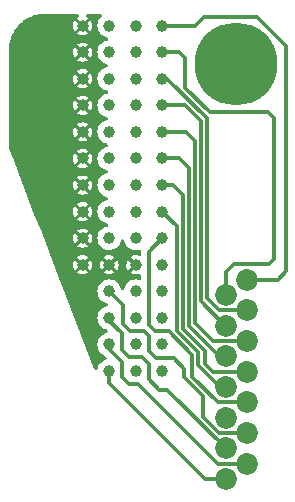
<source format=gbr>
%TF.GenerationSoftware,KiCad,Pcbnew,(6.0.7)*%
%TF.CreationDate,2023-05-28T21:31:41-04:00*%
%TF.ProjectId,kuc,6b75632e-6b69-4636-9164-5f7063625858,A*%
%TF.SameCoordinates,Original*%
%TF.FileFunction,Copper,L1,Top*%
%TF.FilePolarity,Positive*%
%FSLAX46Y46*%
G04 Gerber Fmt 4.6, Leading zero omitted, Abs format (unit mm)*
G04 Created by KiCad (PCBNEW (6.0.7)) date 2023-05-28 21:31:41*
%MOMM*%
%LPD*%
G01*
G04 APERTURE LIST*
%TA.AperFunction,ComponentPad*%
%ADD10C,1.000000*%
%TD*%
%TA.AperFunction,WasherPad*%
%ADD11C,7.000000*%
%TD*%
%TA.AperFunction,ComponentPad*%
%ADD12C,1.850000*%
%TD*%
%TA.AperFunction,Conductor*%
%ADD13C,0.300000*%
%TD*%
G04 APERTURE END LIST*
D10*
%TO.P,TP12,1,1*%
%TO.N,Net-(J2-Pad9)*%
X158750000Y-102250000D03*
%TD*%
%TO.P,TP20,1,1*%
%TO.N,Net-(J2-Pad11)*%
X154250000Y-106750000D03*
%TD*%
%TO.P,TP49,1,1*%
%TO.N,GND*%
X152000000Y-104500000D03*
%TD*%
%TO.P,TP27,1,1*%
%TO.N,Net-(J2-Pad12)*%
X158750000Y-109000000D03*
%TD*%
%TO.P,TP45,1,1*%
%TO.N,GND*%
X152000000Y-86500000D03*
%TD*%
%TO.P,TP5,1,1*%
%TO.N,Net-(J2-Pad9)*%
X156500000Y-102250000D03*
%TD*%
%TO.P,TP54,1,1*%
%TO.N,GND*%
X152000000Y-91000000D03*
%TD*%
%TO.P,TP50,1,1*%
%TO.N,GND*%
X152000000Y-84250000D03*
%TD*%
%TO.P,TP14,1,1*%
%TO.N,Net-(J2-Pad13)*%
X156500000Y-111250000D03*
%TD*%
%TO.P,TP28,1,1*%
%TO.N,Net-(J2-Pad14)*%
X158750000Y-113500000D03*
%TD*%
%TO.P,TP9,1,1*%
%TO.N,Net-(J2-Pad3)*%
X156500000Y-88750000D03*
%TD*%
%TO.P,TP10,1,1*%
%TO.N,Net-(J2-Pad5)*%
X156500000Y-93250000D03*
%TD*%
%TO.P,TP35,1,1*%
%TO.N,Net-(J2-Pad14)*%
X156500000Y-113500000D03*
%TD*%
%TO.P,TP22,1,1*%
%TO.N,Net-(J2-Pad2)*%
X158750000Y-86500000D03*
%TD*%
%TO.P,TP7,1,1*%
%TO.N,Net-(J2-Pad13)*%
X158750000Y-111250000D03*
%TD*%
%TO.P,TP41,1,1*%
%TO.N,Net-(J2-Pad12)*%
X154250000Y-109000000D03*
%TD*%
%TO.P,TP15,1,1*%
%TO.N,Net-(J2-Pad1)*%
X154250000Y-84250000D03*
%TD*%
%TO.P,TP48,1,1*%
%TO.N,GND*%
X152000000Y-97750000D03*
%TD*%
%TO.P,TP38,1,1*%
%TO.N,Net-(J2-Pad6)*%
X158750000Y-95500000D03*
%TD*%
%TO.P,TP4,1,1*%
%TO.N,Net-(J2-Pad7)*%
X158750000Y-97750000D03*
%TD*%
%TO.P,TP47,1,1*%
%TO.N,GND*%
X152000000Y-102250000D03*
%TD*%
%TO.P,TP51,1,1*%
%TO.N,GND*%
X152000000Y-93250000D03*
%TD*%
D11*
%TO.P,J2,*%
%TO.N,*%
X165000000Y-87500000D03*
D12*
%TO.P,J2,1,SSW*%
%TO.N,Net-(J2-Pad1)*%
X165900000Y-105750000D03*
%TO.P,J2,2,SP+*%
%TO.N,Net-(J2-Pad2)*%
X164100000Y-107050000D03*
%TO.P,J2,3,SP-*%
%TO.N,Net-(J2-Pad3)*%
X165900000Y-108350000D03*
%TO.P,J2,4,MSW*%
%TO.N,Net-(J2-Pad4)*%
X164100000Y-109650000D03*
%TO.P,J2,5,EMC*%
%TO.N,Net-(J2-Pad5)*%
X165900000Y-110950000D03*
%TO.P,J2,6,ME*%
%TO.N,Net-(J2-Pad6)*%
X164100000Y-112250000D03*
%TO.P,J2,7,PTT*%
%TO.N,Net-(J2-Pad7)*%
X165900000Y-113550000D03*
%TO.P,J2,8,PF*%
%TO.N,Net-(J2-Pad8)*%
X164100000Y-114850000D03*
%TO.P,J2,9,OPT*%
%TO.N,Net-(J2-Pad9)*%
X165900000Y-116150000D03*
%TO.P,J2,10,E*%
%TO.N,GND*%
X164100000Y-117450000D03*
%TO.P,J2,11,5V*%
%TO.N,Net-(J2-Pad11)*%
X165900000Y-118750000D03*
%TO.P,J2,12,TXD*%
%TO.N,Net-(J2-Pad12)*%
X164100000Y-120050000D03*
%TO.P,J2,13,RXD*%
%TO.N,Net-(J2-Pad13)*%
X165900000Y-121350000D03*
%TO.P,J2,14,SMIC*%
%TO.N,Net-(J2-Pad14)*%
X164100000Y-122650000D03*
%TD*%
D10*
%TO.P,TP16,1,1*%
%TO.N,Net-(J2-Pad3)*%
X154250000Y-88750000D03*
%TD*%
%TO.P,TP21,1,1*%
%TO.N,Net-(J2-Pad13)*%
X154250000Y-111250000D03*
%TD*%
%TO.P,TPe,1,1*%
%TO.N,GND*%
X152000000Y-88750000D03*
%TD*%
%TO.P,TP6,1,1*%
%TO.N,Net-(J2-Pad11)*%
X158750000Y-106750000D03*
%TD*%
%TO.P,TP37,1,1*%
%TO.N,Net-(J2-Pad4)*%
X154250000Y-91000000D03*
%TD*%
%TO.P,TP32,1,1*%
%TO.N,Net-(J2-Pad8)*%
X156500000Y-100000000D03*
%TD*%
%TO.P,TP29,1,1*%
%TO.N,Net-(J2-Pad2)*%
X156500000Y-86500000D03*
%TD*%
%TO.P,TP19,1,1*%
%TO.N,Net-(J2-Pad9)*%
X154250000Y-102250000D03*
%TD*%
%TO.P,TP1,1,1*%
%TO.N,Net-(J2-Pad1)*%
X158750000Y-84250000D03*
%TD*%
%TO.P,TP40,1,1*%
%TO.N,GND*%
X158750000Y-104500000D03*
%TD*%
%TO.P,TP42,1,1*%
%TO.N,Net-(J2-Pad14)*%
X154250000Y-113500000D03*
%TD*%
%TO.P,TP3,1,1*%
%TO.N,Net-(J2-Pad5)*%
X158750000Y-93250000D03*
%TD*%
%TO.P,TP24,1,1*%
%TO.N,Net-(J2-Pad6)*%
X154250000Y-95500000D03*
%TD*%
%TO.P,TP25,1,1*%
%TO.N,Net-(J2-Pad8)*%
X154250000Y-100000000D03*
%TD*%
%TO.P,TP18,1,1*%
%TO.N,Net-(J2-Pad7)*%
X154250000Y-97750000D03*
%TD*%
%TO.P,TP13,1,1*%
%TO.N,Net-(J2-Pad11)*%
X156500000Y-106750000D03*
%TD*%
%TO.P,TP2,1,1*%
%TO.N,Net-(J2-Pad3)*%
X158750000Y-88750000D03*
%TD*%
%TO.P,TP39,1,1*%
%TO.N,Net-(J2-Pad8)*%
X158750000Y-100000000D03*
%TD*%
%TO.P,TP23,1,1*%
%TO.N,Net-(J2-Pad4)*%
X158750000Y-91000000D03*
%TD*%
%TO.P,TP44,1,1*%
%TO.N,GND*%
X152000000Y-95500000D03*
%TD*%
%TO.P,TP17,1,1*%
%TO.N,Net-(J2-Pad5)*%
X154250000Y-93250000D03*
%TD*%
%TO.P,TP11,1,1*%
%TO.N,Net-(J2-Pad7)*%
X156500000Y-97750000D03*
%TD*%
%TO.P,TP33,1,1*%
%TO.N,GND*%
X154250000Y-104500000D03*
%TD*%
%TO.P,TP36,1,1*%
%TO.N,Net-(J2-Pad2)*%
X154250000Y-86500000D03*
%TD*%
%TO.P,TP30,1,1*%
%TO.N,Net-(J2-Pad4)*%
X156500000Y-91000000D03*
%TD*%
%TO.P,TP56,1,1*%
%TO.N,GND*%
X152000000Y-100000000D03*
%TD*%
%TO.P,TP8,1,1*%
%TO.N,Net-(J2-Pad1)*%
X156500000Y-84250000D03*
%TD*%
%TO.P,TP34,1,1*%
%TO.N,Net-(J2-Pad12)*%
X156500000Y-109000000D03*
%TD*%
%TO.P,TP26,1,1*%
%TO.N,GND*%
X156500000Y-104500000D03*
%TD*%
%TO.P,TP31,1,1*%
%TO.N,Net-(J2-Pad6)*%
X156500000Y-95500000D03*
%TD*%
D13*
%TO.N,Net-(J2-Pad14)*%
X154250000Y-114550000D02*
X154250000Y-113500000D01*
X164100000Y-122650000D02*
X162350000Y-122650000D01*
X162350000Y-122650000D02*
X154250000Y-114550000D01*
%TO.N,Net-(J2-Pad13)*%
X154250000Y-111650000D02*
X154250000Y-111250000D01*
X155300000Y-112700000D02*
X154250000Y-111650000D01*
X155300000Y-114000000D02*
X155300000Y-112700000D01*
X155900000Y-114600000D02*
X155300000Y-114000000D01*
X156700000Y-114600000D02*
X155900000Y-114600000D01*
X163450000Y-121350000D02*
X156700000Y-114600000D01*
X165900000Y-121350000D02*
X163450000Y-121350000D01*
%TO.N,Net-(J2-Pad12)*%
X154250000Y-109250000D02*
X154250000Y-109000000D01*
X155300000Y-110300000D02*
X154250000Y-109250000D01*
X155300000Y-111700000D02*
X155300000Y-110300000D01*
X155900000Y-112300000D02*
X155300000Y-111700000D01*
X157000000Y-112300000D02*
X155900000Y-112300000D01*
X157600000Y-112900000D02*
X157000000Y-112300000D01*
X157600000Y-114200000D02*
X157600000Y-112900000D01*
X158500000Y-115100000D02*
X157600000Y-114200000D01*
X159150000Y-115100000D02*
X158500000Y-115100000D01*
X164100000Y-120050000D02*
X159150000Y-115100000D01*
%TO.N,Net-(J2-Pad11)*%
X163550000Y-118750000D02*
X165900000Y-118750000D01*
X162200000Y-117400000D02*
X163550000Y-118750000D01*
X162200000Y-115607106D02*
X162200000Y-117400000D01*
X160600000Y-114007106D02*
X162200000Y-115607106D01*
X160600000Y-113300000D02*
X160600000Y-114007106D01*
X159700000Y-112400000D02*
X160600000Y-113300000D01*
X157200000Y-110100000D02*
X157600000Y-110500000D01*
X157600000Y-110500000D02*
X157600000Y-111800000D01*
X157600000Y-111800000D02*
X158200000Y-112400000D01*
X155400000Y-107900000D02*
X155400000Y-109500000D01*
X156000000Y-110100000D02*
X157200000Y-110100000D01*
X158200000Y-112400000D02*
X159700000Y-112400000D01*
X154250000Y-106750000D02*
X155400000Y-107900000D01*
X155400000Y-109500000D02*
X156000000Y-110100000D01*
%TO.N,Net-(J2-Pad9)*%
X157600000Y-109600000D02*
X157600000Y-103400000D01*
X158100000Y-110100000D02*
X157600000Y-109600000D01*
X159278682Y-110100000D02*
X158100000Y-110100000D01*
X157600000Y-103400000D02*
X158750000Y-102250000D01*
X161292894Y-112114212D02*
X159278682Y-110100000D01*
X161292894Y-113992894D02*
X161292894Y-112114212D01*
X163450000Y-116150000D02*
X161292894Y-113992894D01*
X165900000Y-116150000D02*
X163450000Y-116150000D01*
%TO.N,Net-(J2-Pad8)*%
X160000000Y-110114212D02*
X160000000Y-109800000D01*
X161792894Y-111907106D02*
X160000000Y-110114212D01*
X161792894Y-113000001D02*
X161792894Y-111907106D01*
X163642893Y-114850000D02*
X161792894Y-113000001D01*
X164100000Y-114850000D02*
X163642893Y-114850000D01*
X160000000Y-109800000D02*
X160000000Y-101250000D01*
%TO.N,Net-(J2-Pad7)*%
X160500000Y-98600000D02*
X159650000Y-97750000D01*
X159650000Y-97750000D02*
X158750000Y-97750000D01*
X162396447Y-112896447D02*
X162396447Y-111803553D01*
X163050000Y-113550000D02*
X162396447Y-112896447D01*
X160500000Y-109907106D02*
X160500000Y-98600000D01*
X165900000Y-113550000D02*
X163050000Y-113550000D01*
X162396447Y-111803553D02*
X160500000Y-109907106D01*
%TO.N,Net-(J2-Pad8)*%
X160000000Y-101250000D02*
X158750000Y-100000000D01*
X164100000Y-114850000D02*
X163550000Y-114850000D01*
%TO.N,Net-(J2-Pad6)*%
X160200000Y-95500000D02*
X158750000Y-95500000D01*
X161000000Y-96300000D02*
X160200000Y-95500000D01*
X163550000Y-112250000D02*
X161000000Y-109700000D01*
X161000000Y-109700000D02*
X161000000Y-96300000D01*
X164100000Y-112250000D02*
X163550000Y-112250000D01*
%TO.N,Net-(J2-Pad5)*%
X161500000Y-109400000D02*
X161500000Y-94000000D01*
X163050000Y-110950000D02*
X161500000Y-109400000D01*
X160750000Y-93250000D02*
X158750000Y-93250000D01*
X165900000Y-110950000D02*
X163050000Y-110950000D01*
X161500000Y-94000000D02*
X160750000Y-93250000D01*
%TO.N,Net-(J2-Pad4)*%
X162000000Y-92307106D02*
X160692894Y-91000000D01*
X162000000Y-107600000D02*
X162000000Y-92307106D01*
X164100000Y-109650000D02*
X164050000Y-109650000D01*
X164050000Y-109650000D02*
X162000000Y-107600000D01*
X160692894Y-91000000D02*
X158750000Y-91000000D01*
%TO.N,Net-(J2-Pad3)*%
X159150000Y-88750000D02*
X158750000Y-88750000D01*
X162500000Y-107345048D02*
X162500000Y-92100000D01*
X163504952Y-108350000D02*
X162500000Y-107345048D01*
X162500000Y-92100000D02*
X159150000Y-88750000D01*
X165900000Y-108350000D02*
X163504952Y-108350000D01*
%TO.N,Net-(J2-Pad2)*%
X160200000Y-86500000D02*
X158750000Y-86500000D01*
X160700000Y-87000000D02*
X160200000Y-86500000D01*
X160700000Y-89500000D02*
X160700000Y-87000000D01*
X162800000Y-91600000D02*
X160700000Y-89500000D01*
X167700000Y-91600000D02*
X162800000Y-91600000D01*
X168200000Y-92100000D02*
X167700000Y-91600000D01*
X168200000Y-104000000D02*
X168200000Y-92100000D01*
X167800000Y-104400000D02*
X168200000Y-104000000D01*
X164800000Y-104400000D02*
X167800000Y-104400000D01*
X164100000Y-105100000D02*
X164800000Y-104400000D01*
X164100000Y-107050000D02*
X164100000Y-105100000D01*
%TO.N,Net-(J2-Pad1)*%
X161500000Y-84250000D02*
X158750000Y-84250000D01*
X162250000Y-83500000D02*
X161500000Y-84250000D01*
X166750000Y-83500000D02*
X162250000Y-83500000D01*
X169250000Y-86000000D02*
X166750000Y-83500000D01*
X169250000Y-105000000D02*
X169250000Y-86000000D01*
X168500000Y-105750000D02*
X169250000Y-105000000D01*
X165900000Y-105750000D02*
X168500000Y-105750000D01*
%TD*%
%TA.AperFunction,Conductor*%
%TO.N,GND*%
G36*
X151645765Y-83270462D02*
G01*
X151700303Y-83325000D01*
X151720265Y-83399500D01*
X151700303Y-83474000D01*
X151649339Y-83526407D01*
X151566493Y-83577374D01*
X151555488Y-83589012D01*
X151557333Y-83595201D01*
X151986129Y-84023997D01*
X152000000Y-84032005D01*
X152013871Y-84023997D01*
X152436032Y-83601836D01*
X152444040Y-83587965D01*
X152440650Y-83582093D01*
X152352916Y-83526415D01*
X152354405Y-83524069D01*
X152306954Y-83482823D01*
X152281841Y-83409898D01*
X152296556Y-83334186D01*
X152347155Y-83275976D01*
X152420080Y-83250863D01*
X152430478Y-83250500D01*
X153473247Y-83250500D01*
X153547747Y-83270462D01*
X153602285Y-83325000D01*
X153622247Y-83399500D01*
X153602285Y-83474000D01*
X153566610Y-83515622D01*
X153552284Y-83527140D01*
X153552279Y-83527145D01*
X153546600Y-83531711D01*
X153420480Y-83682016D01*
X153325956Y-83853954D01*
X153266628Y-84040978D01*
X153265815Y-84048222D01*
X153265815Y-84048224D01*
X153255221Y-84142670D01*
X153244757Y-84235963D01*
X153261175Y-84431483D01*
X153263185Y-84438492D01*
X153263185Y-84438493D01*
X153268779Y-84458000D01*
X153315258Y-84620091D01*
X153404944Y-84794601D01*
X153432613Y-84829511D01*
X153508635Y-84925427D01*
X153526818Y-84948369D01*
X153676238Y-85075535D01*
X153682601Y-85079091D01*
X153841149Y-85167701D01*
X153841155Y-85167704D01*
X153847513Y-85171257D01*
X154031802Y-85231137D01*
X154031805Y-85231138D01*
X154034118Y-85231889D01*
X154033994Y-85232272D01*
X154098654Y-85265793D01*
X154140205Y-85330771D01*
X154143701Y-85407820D01*
X154108203Y-85476294D01*
X154040247Y-85518756D01*
X153873393Y-85567864D01*
X153699512Y-85658767D01*
X153693838Y-85663329D01*
X153553798Y-85775924D01*
X153546600Y-85781711D01*
X153420480Y-85932016D01*
X153325956Y-86103954D01*
X153266628Y-86290978D01*
X153265815Y-86298222D01*
X153265815Y-86298224D01*
X153255221Y-86392670D01*
X153244757Y-86485963D01*
X153261175Y-86681483D01*
X153263185Y-86688492D01*
X153263185Y-86688493D01*
X153268779Y-86708000D01*
X153315258Y-86870091D01*
X153404944Y-87044601D01*
X153526818Y-87198369D01*
X153676238Y-87325535D01*
X153709904Y-87344350D01*
X153841149Y-87417701D01*
X153841155Y-87417704D01*
X153847513Y-87421257D01*
X154031802Y-87481137D01*
X154031805Y-87481138D01*
X154034118Y-87481889D01*
X154033994Y-87482272D01*
X154098654Y-87515793D01*
X154140205Y-87580771D01*
X154143701Y-87657820D01*
X154108203Y-87726294D01*
X154040247Y-87768756D01*
X153873393Y-87817864D01*
X153699512Y-87908767D01*
X153693838Y-87913329D01*
X153553798Y-88025924D01*
X153546600Y-88031711D01*
X153420480Y-88182016D01*
X153325956Y-88353954D01*
X153266628Y-88540978D01*
X153265815Y-88548222D01*
X153265815Y-88548224D01*
X153255221Y-88642670D01*
X153244757Y-88735963D01*
X153261175Y-88931483D01*
X153263185Y-88938492D01*
X153263185Y-88938493D01*
X153268779Y-88958000D01*
X153315258Y-89120091D01*
X153404944Y-89294601D01*
X153526818Y-89448369D01*
X153676238Y-89575535D01*
X153682601Y-89579091D01*
X153841149Y-89667701D01*
X153841155Y-89667704D01*
X153847513Y-89671257D01*
X154031802Y-89731137D01*
X154031805Y-89731138D01*
X154034118Y-89731889D01*
X154033994Y-89732272D01*
X154098654Y-89765793D01*
X154140205Y-89830771D01*
X154143701Y-89907820D01*
X154108203Y-89976294D01*
X154040247Y-90018756D01*
X153873393Y-90067864D01*
X153699512Y-90158767D01*
X153693838Y-90163329D01*
X153553798Y-90275924D01*
X153546600Y-90281711D01*
X153420480Y-90432016D01*
X153325956Y-90603954D01*
X153266628Y-90790978D01*
X153265815Y-90798222D01*
X153265815Y-90798224D01*
X153246089Y-90974087D01*
X153244757Y-90985963D01*
X153261175Y-91181483D01*
X153263185Y-91188492D01*
X153263185Y-91188493D01*
X153265539Y-91196701D01*
X153315258Y-91370091D01*
X153404944Y-91544601D01*
X153526818Y-91698369D01*
X153676238Y-91825535D01*
X153682601Y-91829091D01*
X153841149Y-91917701D01*
X153841155Y-91917704D01*
X153847513Y-91921257D01*
X154031802Y-91981137D01*
X154031805Y-91981138D01*
X154034118Y-91981889D01*
X154033994Y-91982272D01*
X154098654Y-92015793D01*
X154140205Y-92080771D01*
X154143701Y-92157820D01*
X154108203Y-92226294D01*
X154040247Y-92268756D01*
X153873393Y-92317864D01*
X153699512Y-92408767D01*
X153693838Y-92413329D01*
X153553798Y-92525924D01*
X153546600Y-92531711D01*
X153420480Y-92682016D01*
X153325956Y-92853954D01*
X153266628Y-93040978D01*
X153265815Y-93048222D01*
X153265815Y-93048224D01*
X153255221Y-93142670D01*
X153244757Y-93235963D01*
X153261175Y-93431483D01*
X153263185Y-93438492D01*
X153263185Y-93438493D01*
X153268779Y-93458000D01*
X153315258Y-93620091D01*
X153404944Y-93794601D01*
X153526818Y-93948369D01*
X153676238Y-94075535D01*
X153682601Y-94079091D01*
X153841149Y-94167701D01*
X153841155Y-94167704D01*
X153847513Y-94171257D01*
X154031802Y-94231137D01*
X154031805Y-94231138D01*
X154034118Y-94231889D01*
X154033994Y-94232272D01*
X154098654Y-94265793D01*
X154140205Y-94330771D01*
X154143701Y-94407820D01*
X154108203Y-94476294D01*
X154040247Y-94518756D01*
X153873393Y-94567864D01*
X153699512Y-94658767D01*
X153693838Y-94663329D01*
X153553798Y-94775924D01*
X153546600Y-94781711D01*
X153420480Y-94932016D01*
X153325956Y-95103954D01*
X153266628Y-95290978D01*
X153265815Y-95298222D01*
X153265815Y-95298224D01*
X153255221Y-95392670D01*
X153244757Y-95485963D01*
X153261175Y-95681483D01*
X153263185Y-95688492D01*
X153263185Y-95688493D01*
X153268779Y-95708000D01*
X153315258Y-95870091D01*
X153404944Y-96044601D01*
X153526818Y-96198369D01*
X153676238Y-96325535D01*
X153682601Y-96329091D01*
X153841149Y-96417701D01*
X153841155Y-96417704D01*
X153847513Y-96421257D01*
X154031802Y-96481137D01*
X154031805Y-96481138D01*
X154034118Y-96481889D01*
X154033994Y-96482272D01*
X154098654Y-96515793D01*
X154140205Y-96580771D01*
X154143701Y-96657820D01*
X154108203Y-96726294D01*
X154040247Y-96768756D01*
X153873393Y-96817864D01*
X153699512Y-96908767D01*
X153693838Y-96913329D01*
X153553798Y-97025924D01*
X153546600Y-97031711D01*
X153420480Y-97182016D01*
X153325956Y-97353954D01*
X153266628Y-97540978D01*
X153265815Y-97548222D01*
X153265815Y-97548224D01*
X153255221Y-97642670D01*
X153244757Y-97735963D01*
X153261175Y-97931483D01*
X153263185Y-97938492D01*
X153263185Y-97938493D01*
X153268779Y-97958000D01*
X153315258Y-98120091D01*
X153404944Y-98294601D01*
X153526818Y-98448369D01*
X153676238Y-98575535D01*
X153682601Y-98579091D01*
X153841149Y-98667701D01*
X153841155Y-98667704D01*
X153847513Y-98671257D01*
X154031802Y-98731137D01*
X154031805Y-98731138D01*
X154034118Y-98731889D01*
X154033994Y-98732272D01*
X154098654Y-98765793D01*
X154140205Y-98830771D01*
X154143701Y-98907820D01*
X154108203Y-98976294D01*
X154040247Y-99018756D01*
X153873393Y-99067864D01*
X153699512Y-99158767D01*
X153693838Y-99163329D01*
X153553798Y-99275924D01*
X153546600Y-99281711D01*
X153420480Y-99432016D01*
X153325956Y-99603954D01*
X153266628Y-99790978D01*
X153265815Y-99798222D01*
X153265815Y-99798224D01*
X153255221Y-99892670D01*
X153244757Y-99985963D01*
X153261175Y-100181483D01*
X153263185Y-100188492D01*
X153263185Y-100188493D01*
X153268779Y-100208000D01*
X153315258Y-100370091D01*
X153404944Y-100544601D01*
X153526818Y-100698369D01*
X153676238Y-100825535D01*
X153682601Y-100829091D01*
X153841149Y-100917701D01*
X153841155Y-100917704D01*
X153847513Y-100921257D01*
X154031802Y-100981137D01*
X154031805Y-100981138D01*
X154034118Y-100981889D01*
X154033994Y-100982272D01*
X154098654Y-101015793D01*
X154140205Y-101080771D01*
X154143701Y-101157820D01*
X154108203Y-101226294D01*
X154040247Y-101268756D01*
X153873393Y-101317864D01*
X153699512Y-101408767D01*
X153693838Y-101413329D01*
X153553798Y-101525924D01*
X153546600Y-101531711D01*
X153420480Y-101682016D01*
X153325956Y-101853954D01*
X153266628Y-102040978D01*
X153265815Y-102048222D01*
X153265815Y-102048224D01*
X153255221Y-102142670D01*
X153244757Y-102235963D01*
X153261175Y-102431483D01*
X153263185Y-102438492D01*
X153263185Y-102438493D01*
X153268779Y-102458000D01*
X153315258Y-102620091D01*
X153404944Y-102794601D01*
X153526818Y-102948369D01*
X153676238Y-103075535D01*
X153682601Y-103079091D01*
X153841149Y-103167701D01*
X153841155Y-103167704D01*
X153847513Y-103171257D01*
X154034118Y-103231889D01*
X154107397Y-103240627D01*
X154221715Y-103254259D01*
X154221718Y-103254259D01*
X154228946Y-103255121D01*
X154340443Y-103246542D01*
X154417314Y-103240627D01*
X154417316Y-103240627D01*
X154424576Y-103240068D01*
X154613556Y-103187303D01*
X154620062Y-103184016D01*
X154620066Y-103184015D01*
X154782184Y-103102123D01*
X154782185Y-103102123D01*
X154788689Y-103098837D01*
X154943303Y-102978040D01*
X155071509Y-102829511D01*
X155131367Y-102724142D01*
X155164827Y-102665243D01*
X155164828Y-102665241D01*
X155168425Y-102658909D01*
X155230358Y-102472732D01*
X155231055Y-102467213D01*
X155266724Y-102399565D01*
X155331990Y-102358467D01*
X155409062Y-102355507D01*
X155477287Y-102391480D01*
X155519276Y-102459734D01*
X155558009Y-102594810D01*
X155565258Y-102620091D01*
X155654944Y-102794601D01*
X155776818Y-102948369D01*
X155926238Y-103075535D01*
X155932601Y-103079091D01*
X156091149Y-103167701D01*
X156091155Y-103167704D01*
X156097513Y-103171257D01*
X156284118Y-103231889D01*
X156357397Y-103240627D01*
X156471715Y-103254259D01*
X156471718Y-103254259D01*
X156478946Y-103255121D01*
X156590443Y-103246542D01*
X156667314Y-103240627D01*
X156667316Y-103240627D01*
X156674576Y-103240068D01*
X156757281Y-103216976D01*
X156834404Y-103216168D01*
X156901599Y-103254030D01*
X156940861Y-103320417D01*
X156946276Y-103365171D01*
X156946120Y-103370146D01*
X156944653Y-103379405D01*
X156945535Y-103388734D01*
X156948839Y-103423686D01*
X156949500Y-103437709D01*
X156949500Y-103599586D01*
X156929538Y-103674086D01*
X156875000Y-103728624D01*
X156800500Y-103748586D01*
X156750518Y-103739953D01*
X156691686Y-103719004D01*
X156675563Y-103715222D01*
X156513887Y-103695944D01*
X156497340Y-103695828D01*
X156335404Y-103712848D01*
X156319246Y-103716400D01*
X156165106Y-103768874D01*
X156150124Y-103775924D01*
X156066493Y-103827374D01*
X156055488Y-103839012D01*
X156057333Y-103845201D01*
X156606773Y-104394641D01*
X156645337Y-104461436D01*
X156645337Y-104538564D01*
X156606773Y-104605359D01*
X156064165Y-105147967D01*
X156056157Y-105161838D01*
X156059716Y-105168004D01*
X156130044Y-105214024D01*
X156144827Y-105221492D01*
X156297430Y-105278244D01*
X156313495Y-105282250D01*
X156474885Y-105303784D01*
X156491433Y-105304130D01*
X156653584Y-105289374D01*
X156669806Y-105286044D01*
X156754457Y-105258539D01*
X156831479Y-105254502D01*
X156900201Y-105289518D01*
X156942207Y-105354203D01*
X156949500Y-105400246D01*
X156949500Y-105639661D01*
X156929538Y-105714161D01*
X156875000Y-105768699D01*
X156800500Y-105788661D01*
X156756439Y-105781997D01*
X156709118Y-105767349D01*
X156709115Y-105767348D01*
X156702152Y-105765193D01*
X156694910Y-105764432D01*
X156694906Y-105764431D01*
X156514260Y-105745444D01*
X156514259Y-105745444D01*
X156507019Y-105744683D01*
X156311618Y-105762466D01*
X156123393Y-105817864D01*
X155949512Y-105908767D01*
X155796600Y-106031711D01*
X155670480Y-106182016D01*
X155575956Y-106353954D01*
X155516628Y-106540978D01*
X155513922Y-106540120D01*
X155485087Y-106596669D01*
X155420389Y-106638656D01*
X155343365Y-106642670D01*
X155274654Y-106607634D01*
X155231747Y-106540000D01*
X155217156Y-106491669D01*
X155190313Y-106402760D01*
X155181591Y-106373872D01*
X155181590Y-106373870D01*
X155179484Y-106366894D01*
X155119705Y-106254466D01*
X155090792Y-106200088D01*
X155090790Y-106200085D01*
X155087370Y-106193653D01*
X155082767Y-106188010D01*
X155082765Y-106188006D01*
X154967964Y-106047246D01*
X154963361Y-106041602D01*
X154812180Y-105916535D01*
X154639585Y-105823213D01*
X154504706Y-105781461D01*
X154459111Y-105767347D01*
X154459109Y-105767347D01*
X154452152Y-105765193D01*
X154444910Y-105764432D01*
X154444906Y-105764431D01*
X154264260Y-105745444D01*
X154264259Y-105745444D01*
X154257019Y-105744683D01*
X154061618Y-105762466D01*
X153873393Y-105817864D01*
X153699512Y-105908767D01*
X153546600Y-106031711D01*
X153420480Y-106182016D01*
X153325956Y-106353954D01*
X153266628Y-106540978D01*
X153265815Y-106548222D01*
X153265815Y-106548224D01*
X153255221Y-106642670D01*
X153244757Y-106735963D01*
X153261175Y-106931483D01*
X153315258Y-107120091D01*
X153404944Y-107294601D01*
X153526818Y-107448369D01*
X153676238Y-107575535D01*
X153682601Y-107579091D01*
X153841149Y-107667701D01*
X153841155Y-107667704D01*
X153847513Y-107671257D01*
X154031802Y-107731137D01*
X154031805Y-107731138D01*
X154034118Y-107731889D01*
X154033994Y-107732272D01*
X154098654Y-107765793D01*
X154140205Y-107830771D01*
X154143701Y-107907820D01*
X154108203Y-107976294D01*
X154040247Y-108018756D01*
X153873393Y-108067864D01*
X153699512Y-108158767D01*
X153546600Y-108281711D01*
X153420480Y-108432016D01*
X153325956Y-108603954D01*
X153266628Y-108790978D01*
X153265815Y-108798222D01*
X153265815Y-108798224D01*
X153245569Y-108978722D01*
X153244757Y-108985963D01*
X153261175Y-109181483D01*
X153263185Y-109188492D01*
X153263185Y-109188493D01*
X153288582Y-109277061D01*
X153315258Y-109370091D01*
X153404944Y-109544601D01*
X153526818Y-109698369D01*
X153676238Y-109825535D01*
X153682601Y-109829091D01*
X153841149Y-109917701D01*
X153841155Y-109917704D01*
X153847513Y-109921257D01*
X153854450Y-109923511D01*
X154034118Y-109981889D01*
X154033612Y-109983446D01*
X154099660Y-110019606D01*
X154101201Y-110021147D01*
X154139765Y-110087942D01*
X154139765Y-110165070D01*
X154101201Y-110231865D01*
X154037913Y-110269443D01*
X153873393Y-110317864D01*
X153699512Y-110408767D01*
X153693838Y-110413329D01*
X153606655Y-110483426D01*
X153546600Y-110531711D01*
X153420480Y-110682016D01*
X153325956Y-110853954D01*
X153266628Y-111040978D01*
X153244757Y-111235963D01*
X153261175Y-111431483D01*
X153315258Y-111620091D01*
X153404944Y-111794601D01*
X153526818Y-111948369D01*
X153676238Y-112075535D01*
X153682601Y-112079091D01*
X153682608Y-112079096D01*
X153838076Y-112165984D01*
X153870744Y-112190690D01*
X153985309Y-112305255D01*
X154023873Y-112372050D01*
X154023873Y-112449178D01*
X153985309Y-112515973D01*
X153922020Y-112553551D01*
X153880387Y-112565805D01*
X153880382Y-112565807D01*
X153873393Y-112567864D01*
X153699512Y-112658767D01*
X153546600Y-112781711D01*
X153420480Y-112932016D01*
X153325956Y-113103954D01*
X153323753Y-113110899D01*
X153323752Y-113110901D01*
X153269346Y-113282411D01*
X153227792Y-113347388D01*
X153159316Y-113382882D01*
X153082268Y-113379383D01*
X153017291Y-113337829D01*
X152988430Y-113291304D01*
X149830918Y-105161838D01*
X151556157Y-105161838D01*
X151559716Y-105168004D01*
X151630044Y-105214024D01*
X151644827Y-105221492D01*
X151797430Y-105278244D01*
X151813495Y-105282250D01*
X151974885Y-105303784D01*
X151991433Y-105304130D01*
X152153584Y-105289374D01*
X152169806Y-105286044D01*
X152324653Y-105235731D01*
X152339727Y-105228894D01*
X152433791Y-105172819D01*
X152444470Y-105161838D01*
X153806157Y-105161838D01*
X153809716Y-105168004D01*
X153880044Y-105214024D01*
X153894827Y-105221492D01*
X154047430Y-105278244D01*
X154063495Y-105282250D01*
X154224885Y-105303784D01*
X154241433Y-105304130D01*
X154403584Y-105289374D01*
X154419806Y-105286044D01*
X154574653Y-105235731D01*
X154589727Y-105228894D01*
X154683791Y-105172819D01*
X154694958Y-105161336D01*
X154693283Y-105155415D01*
X154263871Y-104726003D01*
X154250000Y-104717995D01*
X154236129Y-104726003D01*
X153814165Y-105147967D01*
X153806157Y-105161838D01*
X152444470Y-105161838D01*
X152444958Y-105161336D01*
X152443283Y-105155415D01*
X152013871Y-104726003D01*
X152000000Y-104717995D01*
X151986129Y-104726003D01*
X151564165Y-105147967D01*
X151556157Y-105161838D01*
X149830918Y-105161838D01*
X149572711Y-104497046D01*
X151195828Y-104497046D01*
X151211719Y-104659096D01*
X151215159Y-104675281D01*
X151266555Y-104829785D01*
X151273498Y-104844810D01*
X151327291Y-104933634D01*
X151338852Y-104944720D01*
X151344907Y-104942961D01*
X151773997Y-104513871D01*
X151782005Y-104500000D01*
X152217995Y-104500000D01*
X152226003Y-104513871D01*
X152647911Y-104935779D01*
X152661782Y-104943787D01*
X152668101Y-104940139D01*
X152711426Y-104874929D01*
X152718993Y-104860205D01*
X152776810Y-104708000D01*
X152780929Y-104691961D01*
X152804097Y-104527114D01*
X152804813Y-104517795D01*
X152804997Y-104504687D01*
X152804623Y-104497046D01*
X153445828Y-104497046D01*
X153461719Y-104659096D01*
X153465159Y-104675281D01*
X153516555Y-104829785D01*
X153523498Y-104844810D01*
X153577291Y-104933634D01*
X153588852Y-104944720D01*
X153594907Y-104942961D01*
X154023997Y-104513871D01*
X154032005Y-104500000D01*
X154467995Y-104500000D01*
X154476003Y-104513871D01*
X154897911Y-104935779D01*
X154911782Y-104943787D01*
X154918101Y-104940139D01*
X154961426Y-104874929D01*
X154968993Y-104860205D01*
X155026810Y-104708000D01*
X155030929Y-104691961D01*
X155054097Y-104527114D01*
X155054813Y-104517795D01*
X155054997Y-104504687D01*
X155054623Y-104497046D01*
X155695828Y-104497046D01*
X155711719Y-104659096D01*
X155715159Y-104675281D01*
X155766555Y-104829785D01*
X155773498Y-104844810D01*
X155827291Y-104933634D01*
X155838852Y-104944720D01*
X155844907Y-104942961D01*
X156273997Y-104513871D01*
X156282005Y-104500000D01*
X156273997Y-104486129D01*
X155851949Y-104064081D01*
X155838078Y-104056073D01*
X155832061Y-104059547D01*
X155783410Y-104135037D01*
X155776046Y-104149871D01*
X155720361Y-104302867D01*
X155716467Y-104318961D01*
X155696060Y-104480499D01*
X155695828Y-104497046D01*
X155054623Y-104497046D01*
X155054540Y-104495342D01*
X155035985Y-104329926D01*
X155032314Y-104313767D01*
X154978771Y-104160012D01*
X154971617Y-104145081D01*
X154922570Y-104066590D01*
X154910857Y-104055668D01*
X154904530Y-104057602D01*
X154476003Y-104486129D01*
X154467995Y-104500000D01*
X154032005Y-104500000D01*
X154023997Y-104486129D01*
X153601949Y-104064081D01*
X153588078Y-104056073D01*
X153582061Y-104059547D01*
X153533410Y-104135037D01*
X153526046Y-104149871D01*
X153470361Y-104302867D01*
X153466467Y-104318961D01*
X153446060Y-104480499D01*
X153445828Y-104497046D01*
X152804623Y-104497046D01*
X152804540Y-104495342D01*
X152785985Y-104329926D01*
X152782314Y-104313767D01*
X152728771Y-104160012D01*
X152721617Y-104145081D01*
X152672570Y-104066590D01*
X152660857Y-104055668D01*
X152654530Y-104057602D01*
X152226003Y-104486129D01*
X152217995Y-104500000D01*
X151782005Y-104500000D01*
X151773997Y-104486129D01*
X151351949Y-104064081D01*
X151338078Y-104056073D01*
X151332061Y-104059547D01*
X151283410Y-104135037D01*
X151276046Y-104149871D01*
X151220361Y-104302867D01*
X151216467Y-104318961D01*
X151196060Y-104480499D01*
X151195828Y-104497046D01*
X149572711Y-104497046D01*
X149317128Y-103839012D01*
X151555488Y-103839012D01*
X151557333Y-103845201D01*
X151986129Y-104273997D01*
X152000000Y-104282005D01*
X152013871Y-104273997D01*
X152436032Y-103851836D01*
X152443436Y-103839012D01*
X153805488Y-103839012D01*
X153807333Y-103845201D01*
X154236129Y-104273997D01*
X154250000Y-104282005D01*
X154263871Y-104273997D01*
X154686032Y-103851836D01*
X154694040Y-103837965D01*
X154690650Y-103832093D01*
X154609949Y-103780878D01*
X154595070Y-103773621D01*
X154441686Y-103719004D01*
X154425563Y-103715222D01*
X154263887Y-103695944D01*
X154247340Y-103695828D01*
X154085404Y-103712848D01*
X154069246Y-103716400D01*
X153915106Y-103768874D01*
X153900124Y-103775924D01*
X153816493Y-103827374D01*
X153805488Y-103839012D01*
X152443436Y-103839012D01*
X152444040Y-103837965D01*
X152440650Y-103832093D01*
X152359949Y-103780878D01*
X152345070Y-103773621D01*
X152191686Y-103719004D01*
X152175563Y-103715222D01*
X152013887Y-103695944D01*
X151997340Y-103695828D01*
X151835404Y-103712848D01*
X151819246Y-103716400D01*
X151665106Y-103768874D01*
X151650124Y-103775924D01*
X151566493Y-103827374D01*
X151555488Y-103839012D01*
X149317128Y-103839012D01*
X148957010Y-102911838D01*
X151556157Y-102911838D01*
X151559716Y-102918004D01*
X151630044Y-102964024D01*
X151644827Y-102971492D01*
X151797430Y-103028244D01*
X151813495Y-103032250D01*
X151974885Y-103053784D01*
X151991433Y-103054130D01*
X152153584Y-103039374D01*
X152169806Y-103036044D01*
X152324653Y-102985731D01*
X152339727Y-102978894D01*
X152433791Y-102922819D01*
X152444958Y-102911336D01*
X152443283Y-102905415D01*
X152013871Y-102476003D01*
X152000000Y-102467995D01*
X151986129Y-102476003D01*
X151564165Y-102897967D01*
X151556157Y-102911838D01*
X148957010Y-102911838D01*
X148698803Y-102247046D01*
X151195828Y-102247046D01*
X151211719Y-102409096D01*
X151215159Y-102425281D01*
X151266555Y-102579785D01*
X151273498Y-102594810D01*
X151327291Y-102683634D01*
X151338852Y-102694720D01*
X151344907Y-102692961D01*
X151773997Y-102263871D01*
X151782005Y-102250000D01*
X152217995Y-102250000D01*
X152226003Y-102263871D01*
X152647911Y-102685779D01*
X152661782Y-102693787D01*
X152668101Y-102690139D01*
X152711426Y-102624929D01*
X152718993Y-102610205D01*
X152776810Y-102458000D01*
X152780929Y-102441961D01*
X152804097Y-102277114D01*
X152804813Y-102267795D01*
X152804997Y-102254687D01*
X152804540Y-102245342D01*
X152785985Y-102079926D01*
X152782314Y-102063767D01*
X152728771Y-101910012D01*
X152721617Y-101895081D01*
X152672570Y-101816590D01*
X152660857Y-101805668D01*
X152654530Y-101807602D01*
X152226003Y-102236129D01*
X152217995Y-102250000D01*
X151782005Y-102250000D01*
X151773997Y-102236129D01*
X151351949Y-101814081D01*
X151338078Y-101806073D01*
X151332061Y-101809547D01*
X151283410Y-101885037D01*
X151276046Y-101899871D01*
X151220361Y-102052867D01*
X151216467Y-102068961D01*
X151196060Y-102230499D01*
X151195828Y-102247046D01*
X148698803Y-102247046D01*
X148443221Y-101589012D01*
X151555488Y-101589012D01*
X151557333Y-101595201D01*
X151986129Y-102023997D01*
X152000000Y-102032005D01*
X152013871Y-102023997D01*
X152436032Y-101601836D01*
X152444040Y-101587965D01*
X152440650Y-101582093D01*
X152359949Y-101530878D01*
X152345070Y-101523621D01*
X152191686Y-101469004D01*
X152175563Y-101465222D01*
X152013887Y-101445944D01*
X151997340Y-101445828D01*
X151835404Y-101462848D01*
X151819246Y-101466400D01*
X151665106Y-101518874D01*
X151650124Y-101525924D01*
X151566493Y-101577374D01*
X151555488Y-101589012D01*
X148443221Y-101589012D01*
X148083103Y-100661838D01*
X151556157Y-100661838D01*
X151559716Y-100668004D01*
X151630044Y-100714024D01*
X151644827Y-100721492D01*
X151797430Y-100778244D01*
X151813495Y-100782250D01*
X151974885Y-100803784D01*
X151991433Y-100804130D01*
X152153584Y-100789374D01*
X152169806Y-100786044D01*
X152324653Y-100735731D01*
X152339727Y-100728894D01*
X152433791Y-100672819D01*
X152444958Y-100661336D01*
X152443283Y-100655415D01*
X152013871Y-100226003D01*
X152000000Y-100217995D01*
X151986129Y-100226003D01*
X151564165Y-100647967D01*
X151556157Y-100661838D01*
X148083103Y-100661838D01*
X147824896Y-99997046D01*
X151195828Y-99997046D01*
X151211719Y-100159096D01*
X151215159Y-100175281D01*
X151266555Y-100329785D01*
X151273498Y-100344810D01*
X151327291Y-100433634D01*
X151338852Y-100444720D01*
X151344907Y-100442961D01*
X151773997Y-100013871D01*
X151782005Y-100000000D01*
X152217995Y-100000000D01*
X152226003Y-100013871D01*
X152647911Y-100435779D01*
X152661782Y-100443787D01*
X152668101Y-100440139D01*
X152711426Y-100374929D01*
X152718993Y-100360205D01*
X152776810Y-100208000D01*
X152780929Y-100191961D01*
X152804097Y-100027114D01*
X152804813Y-100017795D01*
X152804997Y-100004687D01*
X152804540Y-99995342D01*
X152785985Y-99829926D01*
X152782314Y-99813767D01*
X152728771Y-99660012D01*
X152721617Y-99645081D01*
X152672570Y-99566590D01*
X152660857Y-99555668D01*
X152654530Y-99557602D01*
X152226003Y-99986129D01*
X152217995Y-100000000D01*
X151782005Y-100000000D01*
X151773997Y-99986129D01*
X151351949Y-99564081D01*
X151338078Y-99556073D01*
X151332061Y-99559547D01*
X151283410Y-99635037D01*
X151276046Y-99649871D01*
X151220361Y-99802867D01*
X151216467Y-99818961D01*
X151196060Y-99980499D01*
X151195828Y-99997046D01*
X147824896Y-99997046D01*
X147569314Y-99339012D01*
X151555488Y-99339012D01*
X151557333Y-99345201D01*
X151986129Y-99773997D01*
X152000000Y-99782005D01*
X152013871Y-99773997D01*
X152436032Y-99351836D01*
X152444040Y-99337965D01*
X152440650Y-99332093D01*
X152359949Y-99280878D01*
X152345070Y-99273621D01*
X152191686Y-99219004D01*
X152175563Y-99215222D01*
X152013887Y-99195944D01*
X151997340Y-99195828D01*
X151835404Y-99212848D01*
X151819246Y-99216400D01*
X151665106Y-99268874D01*
X151650124Y-99275924D01*
X151566493Y-99327374D01*
X151555488Y-99339012D01*
X147569314Y-99339012D01*
X147209196Y-98411838D01*
X151556157Y-98411838D01*
X151559716Y-98418004D01*
X151630044Y-98464024D01*
X151644827Y-98471492D01*
X151797430Y-98528244D01*
X151813495Y-98532250D01*
X151974885Y-98553784D01*
X151991433Y-98554130D01*
X152153584Y-98539374D01*
X152169806Y-98536044D01*
X152324653Y-98485731D01*
X152339727Y-98478894D01*
X152433791Y-98422819D01*
X152444958Y-98411336D01*
X152443283Y-98405415D01*
X152013871Y-97976003D01*
X152000000Y-97967995D01*
X151986129Y-97976003D01*
X151564165Y-98397967D01*
X151556157Y-98411838D01*
X147209196Y-98411838D01*
X146950989Y-97747046D01*
X151195828Y-97747046D01*
X151211719Y-97909096D01*
X151215159Y-97925281D01*
X151266555Y-98079785D01*
X151273498Y-98094810D01*
X151327291Y-98183634D01*
X151338852Y-98194720D01*
X151344907Y-98192961D01*
X151773997Y-97763871D01*
X151782005Y-97750000D01*
X152217995Y-97750000D01*
X152226003Y-97763871D01*
X152647911Y-98185779D01*
X152661782Y-98193787D01*
X152668101Y-98190139D01*
X152711426Y-98124929D01*
X152718993Y-98110205D01*
X152776810Y-97958000D01*
X152780929Y-97941961D01*
X152804097Y-97777114D01*
X152804813Y-97767795D01*
X152804997Y-97754687D01*
X152804540Y-97745342D01*
X152785985Y-97579926D01*
X152782314Y-97563767D01*
X152728771Y-97410012D01*
X152721617Y-97395081D01*
X152672570Y-97316590D01*
X152660857Y-97305668D01*
X152654530Y-97307602D01*
X152226003Y-97736129D01*
X152217995Y-97750000D01*
X151782005Y-97750000D01*
X151773997Y-97736129D01*
X151351949Y-97314081D01*
X151338078Y-97306073D01*
X151332061Y-97309547D01*
X151283410Y-97385037D01*
X151276046Y-97399871D01*
X151220361Y-97552867D01*
X151216467Y-97568961D01*
X151196060Y-97730499D01*
X151195828Y-97747046D01*
X146950989Y-97747046D01*
X146695407Y-97089012D01*
X151555488Y-97089012D01*
X151557333Y-97095201D01*
X151986129Y-97523997D01*
X152000000Y-97532005D01*
X152013871Y-97523997D01*
X152436032Y-97101836D01*
X152444040Y-97087965D01*
X152440650Y-97082093D01*
X152359949Y-97030878D01*
X152345070Y-97023621D01*
X152191686Y-96969004D01*
X152175563Y-96965222D01*
X152013887Y-96945944D01*
X151997340Y-96945828D01*
X151835404Y-96962848D01*
X151819246Y-96966400D01*
X151665106Y-97018874D01*
X151650124Y-97025924D01*
X151566493Y-97077374D01*
X151555488Y-97089012D01*
X146695407Y-97089012D01*
X146335289Y-96161838D01*
X151556157Y-96161838D01*
X151559716Y-96168004D01*
X151630044Y-96214024D01*
X151644827Y-96221492D01*
X151797430Y-96278244D01*
X151813495Y-96282250D01*
X151974885Y-96303784D01*
X151991433Y-96304130D01*
X152153584Y-96289374D01*
X152169806Y-96286044D01*
X152324653Y-96235731D01*
X152339727Y-96228894D01*
X152433791Y-96172819D01*
X152444958Y-96161336D01*
X152443283Y-96155415D01*
X152013871Y-95726003D01*
X152000000Y-95717995D01*
X151986129Y-95726003D01*
X151564165Y-96147967D01*
X151556157Y-96161838D01*
X146335289Y-96161838D01*
X146077082Y-95497046D01*
X151195828Y-95497046D01*
X151211719Y-95659096D01*
X151215159Y-95675281D01*
X151266555Y-95829785D01*
X151273498Y-95844810D01*
X151327291Y-95933634D01*
X151338852Y-95944720D01*
X151344907Y-95942961D01*
X151773997Y-95513871D01*
X151782005Y-95500000D01*
X152217995Y-95500000D01*
X152226003Y-95513871D01*
X152647911Y-95935779D01*
X152661782Y-95943787D01*
X152668101Y-95940139D01*
X152711426Y-95874929D01*
X152718993Y-95860205D01*
X152776810Y-95708000D01*
X152780929Y-95691961D01*
X152804097Y-95527114D01*
X152804813Y-95517795D01*
X152804997Y-95504687D01*
X152804540Y-95495342D01*
X152785985Y-95329926D01*
X152782314Y-95313767D01*
X152728771Y-95160012D01*
X152721617Y-95145081D01*
X152672570Y-95066590D01*
X152660857Y-95055668D01*
X152654530Y-95057602D01*
X152226003Y-95486129D01*
X152217995Y-95500000D01*
X151782005Y-95500000D01*
X151773997Y-95486129D01*
X151351949Y-95064081D01*
X151338078Y-95056073D01*
X151332061Y-95059547D01*
X151283410Y-95135037D01*
X151276046Y-95149871D01*
X151220361Y-95302867D01*
X151216467Y-95318961D01*
X151196060Y-95480499D01*
X151195828Y-95497046D01*
X146077082Y-95497046D01*
X145821499Y-94839012D01*
X151555488Y-94839012D01*
X151557333Y-94845201D01*
X151986129Y-95273997D01*
X152000000Y-95282005D01*
X152013871Y-95273997D01*
X152436032Y-94851836D01*
X152444040Y-94837965D01*
X152440650Y-94832093D01*
X152359949Y-94780878D01*
X152345070Y-94773621D01*
X152191686Y-94719004D01*
X152175563Y-94715222D01*
X152013887Y-94695944D01*
X151997340Y-94695828D01*
X151835404Y-94712848D01*
X151819246Y-94716400D01*
X151665106Y-94768874D01*
X151650124Y-94775924D01*
X151566493Y-94827374D01*
X151555488Y-94839012D01*
X145821499Y-94839012D01*
X145760609Y-94682241D01*
X145750500Y-94628295D01*
X145750500Y-93911838D01*
X151556157Y-93911838D01*
X151559716Y-93918004D01*
X151630044Y-93964024D01*
X151644827Y-93971492D01*
X151797430Y-94028244D01*
X151813495Y-94032250D01*
X151974885Y-94053784D01*
X151991433Y-94054130D01*
X152153584Y-94039374D01*
X152169806Y-94036044D01*
X152324653Y-93985731D01*
X152339727Y-93978894D01*
X152433791Y-93922819D01*
X152444958Y-93911336D01*
X152443283Y-93905415D01*
X152013871Y-93476003D01*
X152000000Y-93467995D01*
X151986129Y-93476003D01*
X151564165Y-93897967D01*
X151556157Y-93911838D01*
X145750500Y-93911838D01*
X145750500Y-93247046D01*
X151195828Y-93247046D01*
X151211719Y-93409096D01*
X151215159Y-93425281D01*
X151266555Y-93579785D01*
X151273498Y-93594810D01*
X151327291Y-93683634D01*
X151338852Y-93694720D01*
X151344907Y-93692961D01*
X151773997Y-93263871D01*
X151782005Y-93250000D01*
X152217995Y-93250000D01*
X152226003Y-93263871D01*
X152647911Y-93685779D01*
X152661782Y-93693787D01*
X152668101Y-93690139D01*
X152711426Y-93624929D01*
X152718993Y-93610205D01*
X152776810Y-93458000D01*
X152780929Y-93441961D01*
X152804097Y-93277114D01*
X152804813Y-93267795D01*
X152804997Y-93254687D01*
X152804540Y-93245342D01*
X152785985Y-93079926D01*
X152782314Y-93063767D01*
X152728771Y-92910012D01*
X152721617Y-92895081D01*
X152672570Y-92816590D01*
X152660857Y-92805668D01*
X152654530Y-92807602D01*
X152226003Y-93236129D01*
X152217995Y-93250000D01*
X151782005Y-93250000D01*
X151773997Y-93236129D01*
X151351949Y-92814081D01*
X151338078Y-92806073D01*
X151332061Y-92809547D01*
X151283410Y-92885037D01*
X151276046Y-92899871D01*
X151220361Y-93052867D01*
X151216467Y-93068961D01*
X151196060Y-93230499D01*
X151195828Y-93247046D01*
X145750500Y-93247046D01*
X145750500Y-92589012D01*
X151555488Y-92589012D01*
X151557333Y-92595201D01*
X151986129Y-93023997D01*
X152000000Y-93032005D01*
X152013871Y-93023997D01*
X152436032Y-92601836D01*
X152444040Y-92587965D01*
X152440650Y-92582093D01*
X152359949Y-92530878D01*
X152345070Y-92523621D01*
X152191686Y-92469004D01*
X152175563Y-92465222D01*
X152013887Y-92445944D01*
X151997340Y-92445828D01*
X151835404Y-92462848D01*
X151819246Y-92466400D01*
X151665106Y-92518874D01*
X151650124Y-92525924D01*
X151566493Y-92577374D01*
X151555488Y-92589012D01*
X145750500Y-92589012D01*
X145750500Y-91661838D01*
X151556157Y-91661838D01*
X151559716Y-91668004D01*
X151630044Y-91714024D01*
X151644827Y-91721492D01*
X151797430Y-91778244D01*
X151813495Y-91782250D01*
X151974885Y-91803784D01*
X151991433Y-91804130D01*
X152153584Y-91789374D01*
X152169806Y-91786044D01*
X152324653Y-91735731D01*
X152339727Y-91728894D01*
X152433791Y-91672819D01*
X152444958Y-91661336D01*
X152443283Y-91655415D01*
X152013871Y-91226003D01*
X152000000Y-91217995D01*
X151986129Y-91226003D01*
X151564165Y-91647967D01*
X151556157Y-91661838D01*
X145750500Y-91661838D01*
X145750500Y-90997046D01*
X151195828Y-90997046D01*
X151211719Y-91159096D01*
X151215159Y-91175281D01*
X151266555Y-91329785D01*
X151273498Y-91344810D01*
X151327291Y-91433634D01*
X151338852Y-91444720D01*
X151344907Y-91442961D01*
X151773997Y-91013871D01*
X151782005Y-91000000D01*
X152217995Y-91000000D01*
X152226003Y-91013871D01*
X152647911Y-91435779D01*
X152661782Y-91443787D01*
X152668101Y-91440139D01*
X152711426Y-91374929D01*
X152718993Y-91360205D01*
X152776810Y-91208000D01*
X152780929Y-91191961D01*
X152804097Y-91027114D01*
X152804813Y-91017795D01*
X152804997Y-91004687D01*
X152804540Y-90995342D01*
X152785985Y-90829926D01*
X152782314Y-90813767D01*
X152728771Y-90660012D01*
X152721617Y-90645081D01*
X152672570Y-90566590D01*
X152660857Y-90555668D01*
X152654530Y-90557602D01*
X152226003Y-90986129D01*
X152217995Y-91000000D01*
X151782005Y-91000000D01*
X151773997Y-90986129D01*
X151351949Y-90564081D01*
X151338078Y-90556073D01*
X151332061Y-90559547D01*
X151283410Y-90635037D01*
X151276046Y-90649871D01*
X151220361Y-90802867D01*
X151216467Y-90818961D01*
X151196060Y-90980499D01*
X151195828Y-90997046D01*
X145750500Y-90997046D01*
X145750500Y-90339012D01*
X151555488Y-90339012D01*
X151557333Y-90345201D01*
X151986129Y-90773997D01*
X152000000Y-90782005D01*
X152013871Y-90773997D01*
X152436032Y-90351836D01*
X152444040Y-90337965D01*
X152440650Y-90332093D01*
X152359949Y-90280878D01*
X152345070Y-90273621D01*
X152191686Y-90219004D01*
X152175563Y-90215222D01*
X152013887Y-90195944D01*
X151997340Y-90195828D01*
X151835404Y-90212848D01*
X151819246Y-90216400D01*
X151665106Y-90268874D01*
X151650124Y-90275924D01*
X151566493Y-90327374D01*
X151555488Y-90339012D01*
X145750500Y-90339012D01*
X145750500Y-89411838D01*
X151556157Y-89411838D01*
X151559716Y-89418004D01*
X151630044Y-89464024D01*
X151644827Y-89471492D01*
X151797430Y-89528244D01*
X151813495Y-89532250D01*
X151974885Y-89553784D01*
X151991433Y-89554130D01*
X152153584Y-89539374D01*
X152169806Y-89536044D01*
X152324653Y-89485731D01*
X152339727Y-89478894D01*
X152433791Y-89422819D01*
X152444958Y-89411336D01*
X152443283Y-89405415D01*
X152013871Y-88976003D01*
X152000000Y-88967995D01*
X151986129Y-88976003D01*
X151564165Y-89397967D01*
X151556157Y-89411838D01*
X145750500Y-89411838D01*
X145750500Y-88747046D01*
X151195828Y-88747046D01*
X151211719Y-88909096D01*
X151215159Y-88925281D01*
X151266555Y-89079785D01*
X151273498Y-89094810D01*
X151327291Y-89183634D01*
X151338852Y-89194720D01*
X151344907Y-89192961D01*
X151773997Y-88763871D01*
X151782005Y-88750000D01*
X152217995Y-88750000D01*
X152226003Y-88763871D01*
X152647911Y-89185779D01*
X152661782Y-89193787D01*
X152668101Y-89190139D01*
X152711426Y-89124929D01*
X152718993Y-89110205D01*
X152776810Y-88958000D01*
X152780929Y-88941961D01*
X152804097Y-88777114D01*
X152804813Y-88767795D01*
X152804997Y-88754687D01*
X152804540Y-88745342D01*
X152785985Y-88579926D01*
X152782314Y-88563767D01*
X152728771Y-88410012D01*
X152721617Y-88395081D01*
X152672570Y-88316590D01*
X152660857Y-88305668D01*
X152654530Y-88307602D01*
X152226003Y-88736129D01*
X152217995Y-88750000D01*
X151782005Y-88750000D01*
X151773997Y-88736129D01*
X151351949Y-88314081D01*
X151338078Y-88306073D01*
X151332061Y-88309547D01*
X151283410Y-88385037D01*
X151276046Y-88399871D01*
X151220361Y-88552867D01*
X151216467Y-88568961D01*
X151196060Y-88730499D01*
X151195828Y-88747046D01*
X145750500Y-88747046D01*
X145750500Y-88089012D01*
X151555488Y-88089012D01*
X151557333Y-88095201D01*
X151986129Y-88523997D01*
X152000000Y-88532005D01*
X152013871Y-88523997D01*
X152436032Y-88101836D01*
X152444040Y-88087965D01*
X152440650Y-88082093D01*
X152359949Y-88030878D01*
X152345070Y-88023621D01*
X152191686Y-87969004D01*
X152175563Y-87965222D01*
X152013887Y-87945944D01*
X151997340Y-87945828D01*
X151835404Y-87962848D01*
X151819246Y-87966400D01*
X151665106Y-88018874D01*
X151650124Y-88025924D01*
X151566493Y-88077374D01*
X151555488Y-88089012D01*
X145750500Y-88089012D01*
X145750500Y-87161838D01*
X151556157Y-87161838D01*
X151559716Y-87168004D01*
X151630044Y-87214024D01*
X151644827Y-87221492D01*
X151797430Y-87278244D01*
X151813495Y-87282250D01*
X151974885Y-87303784D01*
X151991433Y-87304130D01*
X152153584Y-87289374D01*
X152169806Y-87286044D01*
X152324653Y-87235731D01*
X152339727Y-87228894D01*
X152433791Y-87172819D01*
X152444958Y-87161336D01*
X152443283Y-87155415D01*
X152013871Y-86726003D01*
X152000000Y-86717995D01*
X151986129Y-86726003D01*
X151564165Y-87147967D01*
X151556157Y-87161838D01*
X145750500Y-87161838D01*
X145750500Y-86497046D01*
X151195828Y-86497046D01*
X151211719Y-86659096D01*
X151215159Y-86675281D01*
X151266555Y-86829785D01*
X151273498Y-86844810D01*
X151327291Y-86933634D01*
X151338852Y-86944720D01*
X151344907Y-86942961D01*
X151773997Y-86513871D01*
X151782005Y-86500000D01*
X152217995Y-86500000D01*
X152226003Y-86513871D01*
X152647911Y-86935779D01*
X152661782Y-86943787D01*
X152668101Y-86940139D01*
X152711426Y-86874929D01*
X152718993Y-86860205D01*
X152776810Y-86708000D01*
X152780929Y-86691961D01*
X152804097Y-86527114D01*
X152804813Y-86517795D01*
X152804997Y-86504687D01*
X152804540Y-86495342D01*
X152785985Y-86329926D01*
X152782314Y-86313767D01*
X152728771Y-86160012D01*
X152721617Y-86145081D01*
X152672570Y-86066590D01*
X152660857Y-86055668D01*
X152654530Y-86057602D01*
X152226003Y-86486129D01*
X152217995Y-86500000D01*
X151782005Y-86500000D01*
X151773997Y-86486129D01*
X151351949Y-86064081D01*
X151338078Y-86056073D01*
X151332061Y-86059547D01*
X151283410Y-86135037D01*
X151276046Y-86149871D01*
X151220361Y-86302867D01*
X151216467Y-86318961D01*
X151196060Y-86480499D01*
X151195828Y-86497046D01*
X145750500Y-86497046D01*
X145750500Y-86304496D01*
X145752565Y-86279775D01*
X145754542Y-86268027D01*
X145754543Y-86268021D01*
X145755496Y-86262354D01*
X145755647Y-86250000D01*
X145753941Y-86238087D01*
X145752640Y-86209167D01*
X145759078Y-86086320D01*
X145766524Y-85944261D01*
X145768153Y-85928755D01*
X145768661Y-85925551D01*
X145782367Y-85839012D01*
X151555488Y-85839012D01*
X151557333Y-85845201D01*
X151986129Y-86273997D01*
X152000000Y-86282005D01*
X152013871Y-86273997D01*
X152436032Y-85851836D01*
X152444040Y-85837965D01*
X152440650Y-85832093D01*
X152359949Y-85780878D01*
X152345070Y-85773621D01*
X152191686Y-85719004D01*
X152175563Y-85715222D01*
X152013887Y-85695944D01*
X151997340Y-85695828D01*
X151835404Y-85712848D01*
X151819246Y-85716400D01*
X151665106Y-85768874D01*
X151650124Y-85775924D01*
X151566493Y-85827374D01*
X151555488Y-85839012D01*
X145782367Y-85839012D01*
X145814825Y-85634079D01*
X145818068Y-85618824D01*
X145895284Y-85330651D01*
X145900103Y-85315818D01*
X146007023Y-85037280D01*
X146013367Y-85023032D01*
X146070023Y-84911838D01*
X151556157Y-84911838D01*
X151559716Y-84918004D01*
X151630044Y-84964024D01*
X151644827Y-84971492D01*
X151797430Y-85028244D01*
X151813495Y-85032250D01*
X151974885Y-85053784D01*
X151991433Y-85054130D01*
X152153584Y-85039374D01*
X152169806Y-85036044D01*
X152324653Y-84985731D01*
X152339727Y-84978894D01*
X152433791Y-84922819D01*
X152444958Y-84911336D01*
X152443283Y-84905415D01*
X152013871Y-84476003D01*
X152000000Y-84467995D01*
X151986129Y-84476003D01*
X151564165Y-84897967D01*
X151556157Y-84911838D01*
X146070023Y-84911838D01*
X146083662Y-84885071D01*
X146148815Y-84757202D01*
X146156611Y-84743699D01*
X146188419Y-84694720D01*
X146319100Y-84493489D01*
X146328266Y-84480872D01*
X146341185Y-84464919D01*
X146516024Y-84249009D01*
X146517792Y-84247046D01*
X151195828Y-84247046D01*
X151211719Y-84409096D01*
X151215159Y-84425281D01*
X151266555Y-84579785D01*
X151273498Y-84594810D01*
X151327291Y-84683634D01*
X151338852Y-84694720D01*
X151344907Y-84692961D01*
X151773997Y-84263871D01*
X151782005Y-84250000D01*
X152217995Y-84250000D01*
X152226003Y-84263871D01*
X152647911Y-84685779D01*
X152661782Y-84693787D01*
X152668101Y-84690139D01*
X152711426Y-84624929D01*
X152718993Y-84610205D01*
X152776810Y-84458000D01*
X152780929Y-84441961D01*
X152804097Y-84277114D01*
X152804813Y-84267795D01*
X152804997Y-84254687D01*
X152804540Y-84245342D01*
X152785985Y-84079926D01*
X152782314Y-84063767D01*
X152728771Y-83910012D01*
X152721617Y-83895081D01*
X152672570Y-83816590D01*
X152660857Y-83805668D01*
X152654530Y-83807602D01*
X152226003Y-84236129D01*
X152217995Y-84250000D01*
X151782005Y-84250000D01*
X151773997Y-84236129D01*
X151351949Y-83814081D01*
X151338078Y-83806073D01*
X151332061Y-83809547D01*
X151283410Y-83885037D01*
X151276046Y-83899871D01*
X151220361Y-84052867D01*
X151216467Y-84068961D01*
X151196060Y-84230499D01*
X151195828Y-84247046D01*
X146517792Y-84247046D01*
X146526460Y-84237420D01*
X146737420Y-84026460D01*
X146749010Y-84016024D01*
X146924553Y-83873872D01*
X146980874Y-83828265D01*
X146993490Y-83819099D01*
X147043306Y-83786748D01*
X147243703Y-83656609D01*
X147257205Y-83648813D01*
X147393165Y-83579538D01*
X147497424Y-83526415D01*
X147523032Y-83513367D01*
X147537280Y-83507023D01*
X147815818Y-83400103D01*
X147830651Y-83395284D01*
X148118824Y-83318068D01*
X148134079Y-83314825D01*
X148199554Y-83304455D01*
X148428763Y-83268152D01*
X148444261Y-83266524D01*
X148705391Y-83252838D01*
X148725867Y-83253884D01*
X148733329Y-83253975D01*
X148743823Y-83255609D01*
X148765014Y-83252838D01*
X148773274Y-83251758D01*
X148792593Y-83250500D01*
X151571265Y-83250500D01*
X151645765Y-83270462D01*
G37*
%TD.AperFunction*%
%TD*%
M02*

</source>
